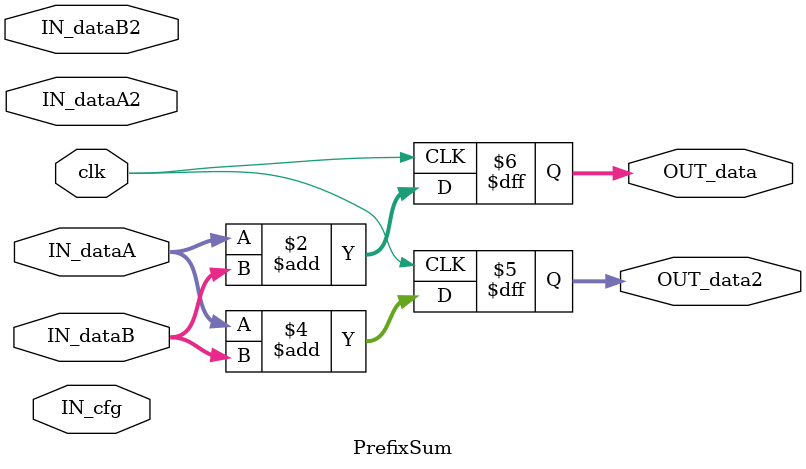
<source format=sv>
module PrefixSum#(parameter N = 32)
(
    input logic clk,
    input logic IN_cfg,
    input logic[N-1:0] IN_dataA,
    input logic[N-1:0] IN_dataB,
    output logic[N-1:0] OUT_data,

    input logic[N-1:0] IN_dataA2,
    input logic[N-1:0] IN_dataB2,
    output logic[N-1:0] OUT_data2
);

always_ff@(negedge clk) begin
  assert(IN_dataA != 0);
  OUT_data <= IN_dataA + IN_dataB;
end

always_ff@(negedge clk)
  OUT_data2 = IN_dataA + IN_dataB;


endmodule

</source>
